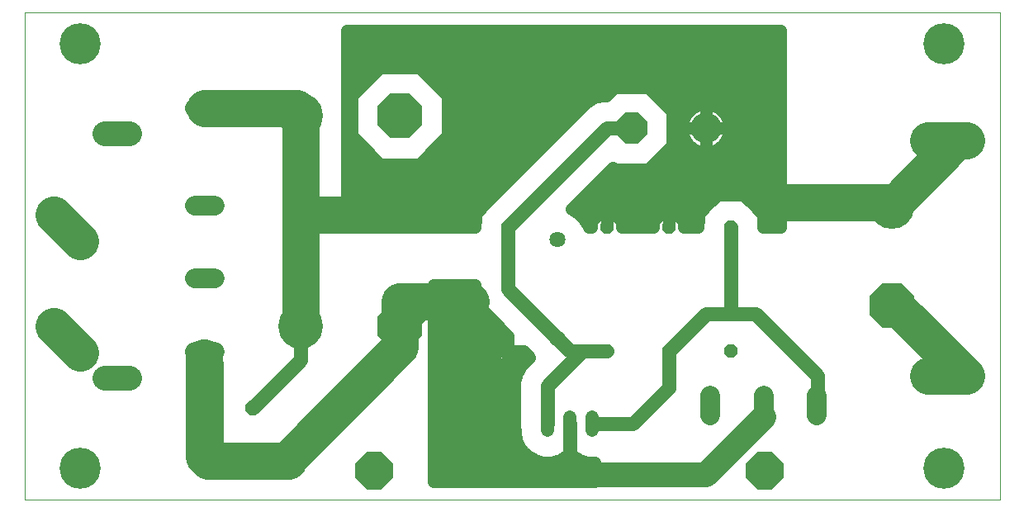
<source format=gtl>
G75*
%MOIN*%
%OFA0B0*%
%FSLAX25Y25*%
%IPPOS*%
%LPD*%
%AMOC8*
5,1,8,0,0,1.08239X$1,22.5*
%
%ADD10C,0.18100*%
%ADD11OC8,0.18100*%
%ADD12C,0.10000*%
%ADD13C,0.08030*%
%ADD14C,0.01168*%
%ADD15OC8,0.05256*%
%ADD16OC8,0.12400*%
%ADD17C,0.12400*%
%ADD18OC8,0.15024*%
%ADD19C,0.00000*%
%ADD20C,0.16598*%
%ADD21C,0.15024*%
%ADD22C,0.06424*%
%ADD23C,0.05173*%
%ADD24C,0.05000*%
%ADD25C,0.03962*%
%ADD26C,0.05600*%
%ADD27C,0.15000*%
%ADD28C,0.01600*%
D10*
X0116533Y0081022D03*
X0116533Y0166022D03*
X0355037Y0129447D03*
D11*
X0355037Y0089447D03*
X0156533Y0081022D03*
X0156533Y0166022D03*
D12*
X0047438Y0158747D02*
X0037438Y0158747D01*
X0037438Y0060147D02*
X0047438Y0060147D01*
X0225037Y0021022D02*
X0280037Y0021022D01*
X0303462Y0044447D01*
D13*
X0303462Y0045098D02*
X0303462Y0053128D01*
X0281962Y0053128D02*
X0281962Y0045098D01*
X0324962Y0045098D02*
X0324962Y0053128D01*
X0081886Y0070747D02*
X0073856Y0070747D01*
X0073856Y0100274D02*
X0081886Y0100274D01*
X0081886Y0129802D02*
X0073856Y0129802D01*
X0073856Y0169172D02*
X0081886Y0169172D01*
D14*
X0098859Y0048477D02*
X0099443Y0049061D01*
X0099443Y0047125D01*
X0098076Y0045758D01*
X0096140Y0045758D01*
X0094773Y0047125D01*
X0094773Y0049061D01*
X0096140Y0050428D01*
X0098076Y0050428D01*
X0099443Y0049061D01*
X0098567Y0048698D01*
X0098567Y0047488D01*
X0097713Y0046634D01*
X0096503Y0046634D01*
X0095649Y0047488D01*
X0095649Y0048698D01*
X0096503Y0049552D01*
X0097713Y0049552D01*
X0098567Y0048698D01*
X0097691Y0048335D01*
X0097691Y0047851D01*
X0097350Y0047510D01*
X0096866Y0047510D01*
X0096525Y0047851D01*
X0096525Y0048335D01*
X0096866Y0048676D01*
X0097350Y0048676D01*
X0097691Y0048335D01*
X0077645Y0027264D02*
X0078229Y0027848D01*
X0078229Y0025912D01*
X0076862Y0024545D01*
X0074926Y0024545D01*
X0073559Y0025912D01*
X0073559Y0027848D01*
X0074926Y0029215D01*
X0076862Y0029215D01*
X0078229Y0027848D01*
X0077353Y0027485D01*
X0077353Y0026275D01*
X0076499Y0025421D01*
X0075289Y0025421D01*
X0074435Y0026275D01*
X0074435Y0027485D01*
X0075289Y0028339D01*
X0076499Y0028339D01*
X0077353Y0027485D01*
X0076477Y0027122D01*
X0076477Y0026638D01*
X0076136Y0026297D01*
X0075652Y0026297D01*
X0075311Y0026638D01*
X0075311Y0027122D01*
X0075652Y0027463D01*
X0076136Y0027463D01*
X0076477Y0027122D01*
D15*
X0200037Y0071022D03*
X0240037Y0071022D03*
X0265037Y0071022D03*
X0290037Y0071022D03*
X0290037Y0121022D03*
X0265037Y0121022D03*
X0240037Y0121022D03*
X0200037Y0121022D03*
D16*
X0250037Y0161022D03*
D17*
X0280037Y0161022D03*
D18*
X0303777Y0022833D03*
X0146296Y0022833D03*
D19*
X0005037Y0011022D02*
X0005037Y0207873D01*
X0398737Y0207873D01*
X0398737Y0011022D01*
X0005037Y0011022D01*
D20*
X0027674Y0023818D03*
X0027674Y0195077D03*
X0376100Y0195077D03*
X0376100Y0023818D03*
D21*
X0370013Y0061022D02*
X0385037Y0061022D01*
X0385037Y0156022D02*
X0370013Y0156022D01*
X0027471Y0115399D02*
X0016848Y0126022D01*
X0016848Y0081022D02*
X0027471Y0070399D01*
D22*
X0220037Y0076022D03*
X0220037Y0116022D03*
D23*
X0216037Y0044318D02*
X0216037Y0039144D01*
X0225037Y0039144D02*
X0225037Y0044318D01*
X0234037Y0044318D02*
X0234037Y0039144D01*
D24*
X0225037Y0029815D02*
X0223995Y0028773D01*
X0221039Y0027067D01*
X0217743Y0026184D01*
X0214330Y0026184D01*
X0211034Y0027067D01*
X0208078Y0028773D01*
X0205665Y0031186D01*
X0203959Y0034142D01*
X0203076Y0037438D01*
X0203076Y0039200D01*
X0202862Y0039996D01*
X0202862Y0058757D01*
X0203760Y0062107D01*
X0205495Y0065111D01*
X0207947Y0067564D01*
X0207947Y0067564D01*
X0208762Y0068378D01*
X0208369Y0069059D01*
X0206165Y0071263D01*
X0206165Y0071022D01*
X0206164Y0071022D02*
X0200037Y0071022D01*
X0200037Y0071022D01*
X0200037Y0064894D01*
X0202575Y0064894D01*
X0206165Y0068484D01*
X0206164Y0071022D01*
X0206165Y0071022D02*
X0200037Y0071022D01*
X0200036Y0071022D01*
X0193909Y0071022D01*
X0193909Y0068484D01*
X0197498Y0064894D01*
X0200036Y0064894D01*
X0200036Y0071022D01*
X0200036Y0071022D01*
X0193909Y0071022D01*
X0193909Y0073561D01*
X0197498Y0077150D01*
X0200036Y0077150D01*
X0200036Y0071022D01*
X0200037Y0071022D01*
X0200037Y0077150D01*
X0200278Y0077150D01*
X0189495Y0087933D01*
X0187760Y0090937D01*
X0186862Y0094288D01*
X0186862Y0097636D01*
X0170037Y0097636D01*
X0170037Y0018522D01*
X0235037Y0018522D01*
X0235037Y0026184D01*
X0232330Y0026184D01*
X0229034Y0027067D01*
X0226078Y0028773D01*
X0225037Y0029815D01*
X0235037Y0026018D02*
X0170037Y0026018D01*
X0170037Y0031016D02*
X0205835Y0031016D01*
X0203457Y0036015D02*
X0170037Y0036015D01*
X0170037Y0041013D02*
X0202862Y0041013D01*
X0202862Y0046012D02*
X0170037Y0046012D01*
X0170037Y0051010D02*
X0202862Y0051010D01*
X0202862Y0056009D02*
X0170037Y0056009D01*
X0170037Y0061007D02*
X0203466Y0061007D01*
X0203686Y0066006D02*
X0206389Y0066006D01*
X0206424Y0071004D02*
X0206165Y0071004D01*
X0200037Y0071004D02*
X0200036Y0071004D01*
X0193909Y0071004D02*
X0170037Y0071004D01*
X0170037Y0066006D02*
X0196387Y0066006D01*
X0200036Y0066006D02*
X0200037Y0066006D01*
X0200036Y0076003D02*
X0200037Y0076003D01*
X0196351Y0076003D02*
X0170037Y0076003D01*
X0170037Y0081001D02*
X0196426Y0081001D01*
X0191428Y0086000D02*
X0170037Y0086000D01*
X0170037Y0090998D02*
X0187744Y0090998D01*
X0186862Y0095997D02*
X0170037Y0095997D01*
X0186862Y0121258D02*
X0135037Y0121258D01*
X0135037Y0200373D01*
X0310037Y0200373D01*
X0310037Y0121258D01*
X0303211Y0121258D01*
X0303211Y0122757D01*
X0303039Y0123399D01*
X0303039Y0126408D01*
X0300911Y0128536D01*
X0300578Y0129111D01*
X0298126Y0131564D01*
X0297550Y0131896D01*
X0295422Y0134024D01*
X0292413Y0134024D01*
X0291771Y0134196D01*
X0288302Y0134196D01*
X0287660Y0134024D01*
X0284651Y0134024D01*
X0282523Y0131896D01*
X0281947Y0131564D01*
X0279495Y0129111D01*
X0279162Y0128536D01*
X0277034Y0126408D01*
X0277034Y0123399D01*
X0276863Y0122757D01*
X0276863Y0121258D01*
X0271165Y0121258D01*
X0271165Y0123561D01*
X0267575Y0127150D01*
X0265037Y0127150D01*
X0265037Y0121258D01*
X0265036Y0121258D01*
X0265036Y0127150D01*
X0262498Y0127150D01*
X0258909Y0123561D01*
X0258909Y0121258D01*
X0246165Y0121258D01*
X0246165Y0123561D01*
X0242575Y0127150D01*
X0240037Y0127150D01*
X0240037Y0121258D01*
X0240036Y0121258D01*
X0240036Y0127150D01*
X0237498Y0127150D01*
X0233909Y0123561D01*
X0233909Y0121258D01*
X0232699Y0121258D01*
X0232697Y0121266D01*
X0230908Y0124364D01*
X0228379Y0126894D01*
X0225944Y0128299D01*
X0242632Y0144987D01*
X0243171Y0144448D01*
X0256902Y0144448D01*
X0266611Y0154157D01*
X0266611Y0167887D01*
X0256902Y0177596D01*
X0243171Y0177596D01*
X0239771Y0174196D01*
X0238302Y0174196D01*
X0234952Y0173298D01*
X0231947Y0171564D01*
X0229495Y0169111D01*
X0191947Y0131564D01*
X0189495Y0129111D01*
X0189162Y0128536D01*
X0187034Y0126408D01*
X0187034Y0123399D01*
X0186862Y0122757D01*
X0186862Y0121258D01*
X0187034Y0125988D02*
X0135037Y0125988D01*
X0135037Y0130987D02*
X0191370Y0130987D01*
X0196368Y0135985D02*
X0135037Y0135985D01*
X0135037Y0140984D02*
X0201367Y0140984D01*
X0206365Y0145982D02*
X0135037Y0145982D01*
X0135037Y0150981D02*
X0144105Y0150981D01*
X0148487Y0146598D02*
X0164578Y0146598D01*
X0175957Y0157977D01*
X0175957Y0174068D01*
X0164578Y0185446D01*
X0148487Y0185446D01*
X0137109Y0174068D01*
X0137109Y0157977D01*
X0148487Y0146598D01*
X0139106Y0155979D02*
X0135037Y0155979D01*
X0135037Y0160978D02*
X0137109Y0160978D01*
X0137109Y0165976D02*
X0135037Y0165976D01*
X0135037Y0170975D02*
X0137109Y0170975D01*
X0139014Y0175973D02*
X0135037Y0175973D01*
X0135037Y0180972D02*
X0144012Y0180972D01*
X0135037Y0185970D02*
X0310037Y0185970D01*
X0310037Y0190969D02*
X0135037Y0190969D01*
X0135037Y0195967D02*
X0310037Y0195967D01*
X0310037Y0180972D02*
X0169053Y0180972D01*
X0174051Y0175973D02*
X0241548Y0175973D01*
X0231358Y0170975D02*
X0175957Y0170975D01*
X0175957Y0165976D02*
X0226359Y0165976D01*
X0221361Y0160978D02*
X0175957Y0160978D01*
X0173959Y0155979D02*
X0216362Y0155979D01*
X0211364Y0150981D02*
X0168961Y0150981D01*
X0228632Y0130987D02*
X0281370Y0130987D01*
X0277034Y0125988D02*
X0268737Y0125988D01*
X0265037Y0125988D02*
X0265036Y0125988D01*
X0261336Y0125988D02*
X0243737Y0125988D01*
X0240037Y0125988D02*
X0240036Y0125988D01*
X0236336Y0125988D02*
X0229284Y0125988D01*
X0233630Y0135985D02*
X0310037Y0135985D01*
X0310037Y0130987D02*
X0298703Y0130987D01*
X0303039Y0125988D02*
X0310037Y0125988D01*
X0310037Y0140984D02*
X0238629Y0140984D01*
X0258436Y0145982D02*
X0310037Y0145982D01*
X0310037Y0150981D02*
X0263434Y0150981D01*
X0271533Y0156323D02*
X0272113Y0155400D01*
X0272792Y0154548D01*
X0273563Y0153778D01*
X0274415Y0153099D01*
X0275337Y0152519D01*
X0276319Y0152046D01*
X0277347Y0151687D01*
X0278409Y0151444D01*
X0279492Y0151322D01*
X0280036Y0151322D01*
X0280036Y0161022D01*
X0270337Y0161022D01*
X0270337Y0160477D01*
X0270459Y0159395D01*
X0270701Y0158333D01*
X0271061Y0157304D01*
X0271533Y0156323D01*
X0271749Y0155979D02*
X0266611Y0155979D01*
X0266611Y0160978D02*
X0270337Y0160978D01*
X0270337Y0161022D02*
X0280036Y0161022D01*
X0280036Y0161022D01*
X0280037Y0161022D01*
X0280037Y0161022D01*
X0289737Y0161022D01*
X0289737Y0160477D01*
X0289615Y0159395D01*
X0289372Y0158333D01*
X0289012Y0157304D01*
X0288540Y0156323D01*
X0287960Y0155400D01*
X0287281Y0154548D01*
X0286510Y0153778D01*
X0285658Y0153099D01*
X0284736Y0152519D01*
X0283754Y0152046D01*
X0282726Y0151687D01*
X0281664Y0151444D01*
X0280581Y0151322D01*
X0280037Y0151322D01*
X0280037Y0161022D01*
X0289737Y0161022D01*
X0289737Y0161567D01*
X0289615Y0162650D01*
X0289372Y0163712D01*
X0289012Y0164740D01*
X0288540Y0165722D01*
X0287960Y0166644D01*
X0287281Y0167496D01*
X0286510Y0168266D01*
X0285658Y0168946D01*
X0284736Y0169525D01*
X0283754Y0169998D01*
X0282726Y0170358D01*
X0281664Y0170600D01*
X0280581Y0170722D01*
X0280037Y0170722D01*
X0280037Y0161022D01*
X0280036Y0161022D01*
X0280036Y0170722D01*
X0279492Y0170722D01*
X0278409Y0170600D01*
X0277347Y0170358D01*
X0276319Y0169998D01*
X0275337Y0169525D01*
X0274415Y0168946D01*
X0273563Y0168266D01*
X0272792Y0167496D01*
X0272113Y0166644D01*
X0271533Y0165722D01*
X0271061Y0164740D01*
X0270701Y0163712D01*
X0270459Y0162650D01*
X0270337Y0161567D01*
X0270337Y0161022D01*
X0271693Y0165976D02*
X0266611Y0165976D01*
X0263523Y0170975D02*
X0310037Y0170975D01*
X0310037Y0175973D02*
X0258525Y0175973D01*
X0280036Y0165976D02*
X0280037Y0165976D01*
X0280036Y0160978D02*
X0280037Y0160978D01*
X0280036Y0155979D02*
X0280037Y0155979D01*
X0288324Y0155979D02*
X0310037Y0155979D01*
X0310037Y0160978D02*
X0289737Y0160978D01*
X0288380Y0165976D02*
X0310037Y0165976D01*
X0303462Y0049113D02*
X0303462Y0044447D01*
X0325037Y0047613D02*
X0324962Y0049113D01*
X0235037Y0021019D02*
X0170037Y0021019D01*
D25*
X0195037Y0021022D03*
X0225037Y0021022D03*
X0225037Y0026022D03*
X0170037Y0051022D03*
X0195037Y0066022D03*
X0175037Y0086022D03*
X0170037Y0086022D03*
X0170037Y0091022D03*
X0175037Y0091022D03*
X0175037Y0096022D03*
X0180037Y0096022D03*
X0170037Y0096022D03*
X0135037Y0121022D03*
X0135037Y0126022D03*
X0135037Y0131022D03*
X0135037Y0136022D03*
X0135037Y0141022D03*
X0135037Y0146022D03*
X0175037Y0141022D03*
X0175037Y0126022D03*
X0135037Y0181022D03*
X0140037Y0196022D03*
X0180037Y0196022D03*
X0220037Y0196022D03*
X0265037Y0196022D03*
X0305037Y0196022D03*
X0305037Y0171022D03*
X0305037Y0136022D03*
X0310037Y0136022D03*
X0310037Y0131022D03*
X0305037Y0131022D03*
X0305037Y0126022D03*
X0310037Y0126022D03*
D26*
X0290037Y0121022D02*
X0290037Y0086022D01*
X0300037Y0086022D01*
X0325037Y0061022D01*
X0325037Y0047613D01*
X0280037Y0086022D02*
X0265037Y0071022D01*
X0265037Y0056022D01*
X0250627Y0041613D01*
X0234627Y0041613D01*
X0234037Y0041731D01*
X0225037Y0041731D02*
X0225037Y0021022D01*
X0216037Y0041731D02*
X0216037Y0057022D01*
X0230037Y0071022D01*
X0225037Y0071022D01*
X0220037Y0076022D01*
X0200037Y0096022D01*
X0200037Y0121022D01*
X0240037Y0161022D01*
X0250037Y0161022D01*
X0135037Y0126022D02*
X0116533Y0126022D01*
X0116533Y0081022D01*
X0116533Y0068522D01*
X0116533Y0067518D02*
X0097108Y0048093D01*
X0115037Y0028522D02*
X0077537Y0028522D01*
X0077537Y0071022D01*
X0077871Y0070747D02*
X0077871Y0028798D01*
X0115037Y0028522D02*
X0155037Y0068522D01*
X0155037Y0076022D01*
X0170037Y0091022D01*
X0116533Y0082026D02*
X0116533Y0081022D01*
X0230037Y0071022D02*
X0240037Y0071022D01*
X0280037Y0086022D02*
X0290037Y0086022D01*
D27*
X0356611Y0089447D02*
X0385037Y0061022D01*
X0355037Y0129447D02*
X0381611Y0156022D01*
X0355037Y0129447D02*
X0353462Y0131022D01*
X0310037Y0131022D01*
X0185037Y0091022D02*
X0170037Y0091022D01*
X0156533Y0091022D01*
X0156533Y0072664D01*
X0156679Y0072664D01*
X0112537Y0028522D01*
X0111040Y0027026D01*
X0111679Y0026880D02*
X0079179Y0026880D01*
X0077537Y0028522D01*
X0077537Y0068522D01*
X0077871Y0065688D02*
X0077871Y0028798D01*
X0116533Y0083522D02*
X0116533Y0126022D01*
X0133383Y0126022D01*
X0116533Y0126022D02*
X0116533Y0166022D01*
X0114702Y0169172D02*
X0077871Y0169172D01*
D28*
X0112537Y0028522D02*
X0112537Y0027026D01*
X0111040Y0027026D01*
X0079179Y0026880D02*
X0075894Y0026880D01*
M02*

</source>
